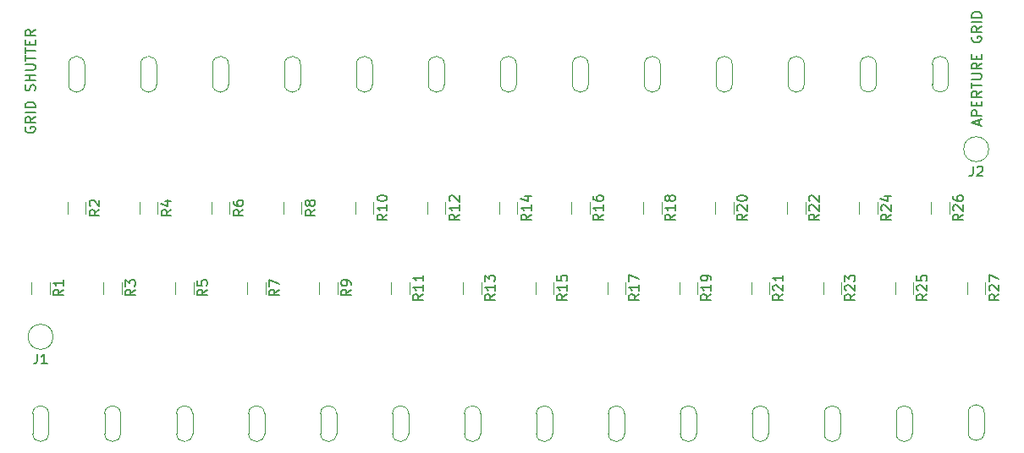
<source format=gto>
G04 #@! TF.GenerationSoftware,KiCad,Pcbnew,(5.1.5-0)*
G04 #@! TF.CreationDate,2020-06-12T16:51:45+02:00*
G04 #@! TF.ProjectId,Divider2,44697669-6465-4723-922e-6b696361645f,rev?*
G04 #@! TF.SameCoordinates,Original*
G04 #@! TF.FileFunction,Legend,Top*
G04 #@! TF.FilePolarity,Positive*
%FSLAX46Y46*%
G04 Gerber Fmt 4.6, Leading zero omitted, Abs format (unit mm)*
G04 Created by KiCad (PCBNEW (5.1.5-0)) date 2020-06-12 16:51:45*
%MOMM*%
%LPD*%
G04 APERTURE LIST*
%ADD10C,0.150000*%
%ADD11C,0.120000*%
G04 APERTURE END LIST*
D10*
X193466666Y-79366666D02*
X193466666Y-78890476D01*
X193752380Y-79461904D02*
X192752380Y-79128571D01*
X193752380Y-78795238D01*
X193752380Y-78461904D02*
X192752380Y-78461904D01*
X192752380Y-78080952D01*
X192800000Y-77985714D01*
X192847619Y-77938095D01*
X192942857Y-77890476D01*
X193085714Y-77890476D01*
X193180952Y-77938095D01*
X193228571Y-77985714D01*
X193276190Y-78080952D01*
X193276190Y-78461904D01*
X193228571Y-77461904D02*
X193228571Y-77128571D01*
X193752380Y-76985714D02*
X193752380Y-77461904D01*
X192752380Y-77461904D01*
X192752380Y-76985714D01*
X193752380Y-75985714D02*
X193276190Y-76319047D01*
X193752380Y-76557142D02*
X192752380Y-76557142D01*
X192752380Y-76176190D01*
X192800000Y-76080952D01*
X192847619Y-76033333D01*
X192942857Y-75985714D01*
X193085714Y-75985714D01*
X193180952Y-76033333D01*
X193228571Y-76080952D01*
X193276190Y-76176190D01*
X193276190Y-76557142D01*
X192752380Y-75700000D02*
X192752380Y-75128571D01*
X193752380Y-75414285D02*
X192752380Y-75414285D01*
X192752380Y-74795238D02*
X193561904Y-74795238D01*
X193657142Y-74747619D01*
X193704761Y-74700000D01*
X193752380Y-74604761D01*
X193752380Y-74414285D01*
X193704761Y-74319047D01*
X193657142Y-74271428D01*
X193561904Y-74223809D01*
X192752380Y-74223809D01*
X193752380Y-73176190D02*
X193276190Y-73509523D01*
X193752380Y-73747619D02*
X192752380Y-73747619D01*
X192752380Y-73366666D01*
X192800000Y-73271428D01*
X192847619Y-73223809D01*
X192942857Y-73176190D01*
X193085714Y-73176190D01*
X193180952Y-73223809D01*
X193228571Y-73271428D01*
X193276190Y-73366666D01*
X193276190Y-73747619D01*
X193228571Y-72747619D02*
X193228571Y-72414285D01*
X193752380Y-72271428D02*
X193752380Y-72747619D01*
X192752380Y-72747619D01*
X192752380Y-72271428D01*
X192800000Y-70557142D02*
X192752380Y-70652380D01*
X192752380Y-70795238D01*
X192800000Y-70938095D01*
X192895238Y-71033333D01*
X192990476Y-71080952D01*
X193180952Y-71128571D01*
X193323809Y-71128571D01*
X193514285Y-71080952D01*
X193609523Y-71033333D01*
X193704761Y-70938095D01*
X193752380Y-70795238D01*
X193752380Y-70700000D01*
X193704761Y-70557142D01*
X193657142Y-70509523D01*
X193323809Y-70509523D01*
X193323809Y-70700000D01*
X193752380Y-69509523D02*
X193276190Y-69842857D01*
X193752380Y-70080952D02*
X192752380Y-70080952D01*
X192752380Y-69700000D01*
X192800000Y-69604761D01*
X192847619Y-69557142D01*
X192942857Y-69509523D01*
X193085714Y-69509523D01*
X193180952Y-69557142D01*
X193228571Y-69604761D01*
X193276190Y-69700000D01*
X193276190Y-70080952D01*
X193752380Y-69080952D02*
X192752380Y-69080952D01*
X193752380Y-68604761D02*
X192752380Y-68604761D01*
X192752380Y-68366666D01*
X192800000Y-68223809D01*
X192895238Y-68128571D01*
X192990476Y-68080952D01*
X193180952Y-68033333D01*
X193323809Y-68033333D01*
X193514285Y-68080952D01*
X193609523Y-68128571D01*
X193704761Y-68223809D01*
X193752380Y-68366666D01*
X193752380Y-68604761D01*
X98100000Y-79595238D02*
X98052380Y-79690476D01*
X98052380Y-79833333D01*
X98100000Y-79976190D01*
X98195238Y-80071428D01*
X98290476Y-80119047D01*
X98480952Y-80166666D01*
X98623809Y-80166666D01*
X98814285Y-80119047D01*
X98909523Y-80071428D01*
X99004761Y-79976190D01*
X99052380Y-79833333D01*
X99052380Y-79738095D01*
X99004761Y-79595238D01*
X98957142Y-79547619D01*
X98623809Y-79547619D01*
X98623809Y-79738095D01*
X99052380Y-78547619D02*
X98576190Y-78880952D01*
X99052380Y-79119047D02*
X98052380Y-79119047D01*
X98052380Y-78738095D01*
X98100000Y-78642857D01*
X98147619Y-78595238D01*
X98242857Y-78547619D01*
X98385714Y-78547619D01*
X98480952Y-78595238D01*
X98528571Y-78642857D01*
X98576190Y-78738095D01*
X98576190Y-79119047D01*
X99052380Y-78119047D02*
X98052380Y-78119047D01*
X99052380Y-77642857D02*
X98052380Y-77642857D01*
X98052380Y-77404761D01*
X98100000Y-77261904D01*
X98195238Y-77166666D01*
X98290476Y-77119047D01*
X98480952Y-77071428D01*
X98623809Y-77071428D01*
X98814285Y-77119047D01*
X98909523Y-77166666D01*
X99004761Y-77261904D01*
X99052380Y-77404761D01*
X99052380Y-77642857D01*
X99004761Y-75928571D02*
X99052380Y-75785714D01*
X99052380Y-75547619D01*
X99004761Y-75452380D01*
X98957142Y-75404761D01*
X98861904Y-75357142D01*
X98766666Y-75357142D01*
X98671428Y-75404761D01*
X98623809Y-75452380D01*
X98576190Y-75547619D01*
X98528571Y-75738095D01*
X98480952Y-75833333D01*
X98433333Y-75880952D01*
X98338095Y-75928571D01*
X98242857Y-75928571D01*
X98147619Y-75880952D01*
X98100000Y-75833333D01*
X98052380Y-75738095D01*
X98052380Y-75500000D01*
X98100000Y-75357142D01*
X99052380Y-74928571D02*
X98052380Y-74928571D01*
X98528571Y-74928571D02*
X98528571Y-74357142D01*
X99052380Y-74357142D02*
X98052380Y-74357142D01*
X98052380Y-73880952D02*
X98861904Y-73880952D01*
X98957142Y-73833333D01*
X99004761Y-73785714D01*
X99052380Y-73690476D01*
X99052380Y-73500000D01*
X99004761Y-73404761D01*
X98957142Y-73357142D01*
X98861904Y-73309523D01*
X98052380Y-73309523D01*
X98052380Y-72976190D02*
X98052380Y-72404761D01*
X99052380Y-72690476D02*
X98052380Y-72690476D01*
X98052380Y-72214285D02*
X98052380Y-71642857D01*
X99052380Y-71928571D02*
X98052380Y-71928571D01*
X98528571Y-71309523D02*
X98528571Y-70976190D01*
X99052380Y-70833333D02*
X99052380Y-71309523D01*
X98052380Y-71309523D01*
X98052380Y-70833333D01*
X99052380Y-69833333D02*
X98576190Y-70166666D01*
X99052380Y-70404761D02*
X98052380Y-70404761D01*
X98052380Y-70023809D01*
X98100000Y-69928571D01*
X98147619Y-69880952D01*
X98242857Y-69833333D01*
X98385714Y-69833333D01*
X98480952Y-69880952D01*
X98528571Y-69928571D01*
X98576190Y-70023809D01*
X98576190Y-70404761D01*
D11*
X100400000Y-110300000D02*
G75*
G02X98800000Y-110300000I-800000J0D01*
G01*
X98800000Y-108300000D02*
G75*
G02X100400000Y-108300000I800000J0D01*
G01*
X100400000Y-108300000D02*
X100400000Y-110300000D01*
X98800000Y-110300000D02*
X98800000Y-108300000D01*
X100851000Y-100600000D02*
G75*
G03X100851000Y-100600000I-1251000J0D01*
G01*
X194451000Y-81800000D02*
G75*
G03X194451000Y-81800000I-1251000J0D01*
G01*
X192290000Y-95097936D02*
X192290000Y-96302064D01*
X194110000Y-95097936D02*
X194110000Y-96302064D01*
X194000000Y-110200000D02*
G75*
G02X192400000Y-110200000I-800000J0D01*
G01*
X192400000Y-108200000D02*
G75*
G02X194000000Y-108200000I800000J0D01*
G01*
X194000000Y-108200000D02*
X194000000Y-110200000D01*
X192400000Y-110200000D02*
X192400000Y-108200000D01*
X186800000Y-110300000D02*
G75*
G02X185200000Y-110300000I-800000J0D01*
G01*
X185200000Y-108300000D02*
G75*
G02X186800000Y-108300000I800000J0D01*
G01*
X186800000Y-108300000D02*
X186800000Y-110300000D01*
X185200000Y-110300000D02*
X185200000Y-108300000D01*
X179600000Y-110300000D02*
G75*
G02X178000000Y-110300000I-800000J0D01*
G01*
X178000000Y-108300000D02*
G75*
G02X179600000Y-108300000I800000J0D01*
G01*
X179600000Y-108300000D02*
X179600000Y-110300000D01*
X178000000Y-110300000D02*
X178000000Y-108300000D01*
X172400000Y-110300000D02*
G75*
G02X170800000Y-110300000I-800000J0D01*
G01*
X170800000Y-108300000D02*
G75*
G02X172400000Y-108300000I800000J0D01*
G01*
X172400000Y-108300000D02*
X172400000Y-110300000D01*
X170800000Y-110300000D02*
X170800000Y-108300000D01*
X165200000Y-110300000D02*
G75*
G02X163600000Y-110300000I-800000J0D01*
G01*
X163600000Y-108300000D02*
G75*
G02X165200000Y-108300000I800000J0D01*
G01*
X165200000Y-108300000D02*
X165200000Y-110300000D01*
X163600000Y-110300000D02*
X163600000Y-108300000D01*
X158000000Y-110300000D02*
G75*
G02X156400000Y-110300000I-800000J0D01*
G01*
X156400000Y-108300000D02*
G75*
G02X158000000Y-108300000I800000J0D01*
G01*
X158000000Y-108300000D02*
X158000000Y-110300000D01*
X156400000Y-110300000D02*
X156400000Y-108300000D01*
X150800000Y-110300000D02*
G75*
G02X149200000Y-110300000I-800000J0D01*
G01*
X149200000Y-108300000D02*
G75*
G02X150800000Y-108300000I800000J0D01*
G01*
X150800000Y-108300000D02*
X150800000Y-110300000D01*
X149200000Y-110300000D02*
X149200000Y-108300000D01*
X143600000Y-110300000D02*
G75*
G02X142000000Y-110300000I-800000J0D01*
G01*
X142000000Y-108300000D02*
G75*
G02X143600000Y-108300000I800000J0D01*
G01*
X143600000Y-108300000D02*
X143600000Y-110300000D01*
X142000000Y-110300000D02*
X142000000Y-108300000D01*
X136400000Y-110300000D02*
G75*
G02X134800000Y-110300000I-800000J0D01*
G01*
X134800000Y-108300000D02*
G75*
G02X136400000Y-108300000I800000J0D01*
G01*
X136400000Y-108300000D02*
X136400000Y-110300000D01*
X134800000Y-110300000D02*
X134800000Y-108300000D01*
X129200000Y-110300000D02*
G75*
G02X127600000Y-110300000I-800000J0D01*
G01*
X127600000Y-108300000D02*
G75*
G02X129200000Y-108300000I800000J0D01*
G01*
X129200000Y-108300000D02*
X129200000Y-110300000D01*
X127600000Y-110300000D02*
X127600000Y-108300000D01*
X122000000Y-110300000D02*
G75*
G02X120400000Y-110300000I-800000J0D01*
G01*
X120400000Y-108300000D02*
G75*
G02X122000000Y-108300000I800000J0D01*
G01*
X122000000Y-108300000D02*
X122000000Y-110300000D01*
X120400000Y-110300000D02*
X120400000Y-108300000D01*
X114800000Y-110300000D02*
G75*
G02X113200000Y-110300000I-800000J0D01*
G01*
X113200000Y-108300000D02*
G75*
G02X114800000Y-108300000I800000J0D01*
G01*
X114800000Y-108300000D02*
X114800000Y-110300000D01*
X113200000Y-110300000D02*
X113200000Y-108300000D01*
X107600000Y-110300000D02*
G75*
G02X106000000Y-110300000I-800000J0D01*
G01*
X106000000Y-108300000D02*
G75*
G02X107600000Y-108300000I800000J0D01*
G01*
X107600000Y-108300000D02*
X107600000Y-110300000D01*
X106000000Y-110300000D02*
X106000000Y-108300000D01*
X190400000Y-75300000D02*
G75*
G02X188800000Y-75300000I-800000J0D01*
G01*
X188800000Y-73300000D02*
G75*
G02X190400000Y-73300000I800000J0D01*
G01*
X190400000Y-73300000D02*
X190400000Y-75300000D01*
X188800000Y-75300000D02*
X188800000Y-73300000D01*
X183200000Y-75300000D02*
G75*
G02X181600000Y-75300000I-800000J0D01*
G01*
X181600000Y-73300000D02*
G75*
G02X183200000Y-73300000I800000J0D01*
G01*
X183200000Y-73300000D02*
X183200000Y-75300000D01*
X181600000Y-75300000D02*
X181600000Y-73300000D01*
X168800000Y-75300000D02*
G75*
G02X167200000Y-75300000I-800000J0D01*
G01*
X167200000Y-73300000D02*
G75*
G02X168800000Y-73300000I800000J0D01*
G01*
X168800000Y-73300000D02*
X168800000Y-75300000D01*
X167200000Y-75300000D02*
X167200000Y-73300000D01*
X161600000Y-75300000D02*
G75*
G02X160000000Y-75300000I-800000J0D01*
G01*
X160000000Y-73300000D02*
G75*
G02X161600000Y-73300000I800000J0D01*
G01*
X161600000Y-73300000D02*
X161600000Y-75300000D01*
X160000000Y-75300000D02*
X160000000Y-73300000D01*
X154400000Y-75300000D02*
G75*
G02X152800000Y-75300000I-800000J0D01*
G01*
X152800000Y-73300000D02*
G75*
G02X154400000Y-73300000I800000J0D01*
G01*
X154400000Y-73300000D02*
X154400000Y-75300000D01*
X152800000Y-75300000D02*
X152800000Y-73300000D01*
X147200000Y-75300000D02*
G75*
G02X145600000Y-75300000I-800000J0D01*
G01*
X145600000Y-73300000D02*
G75*
G02X147200000Y-73300000I800000J0D01*
G01*
X147200000Y-73300000D02*
X147200000Y-75300000D01*
X145600000Y-75300000D02*
X145600000Y-73300000D01*
X140000000Y-75300000D02*
G75*
G02X138400000Y-75300000I-800000J0D01*
G01*
X138400000Y-73300000D02*
G75*
G02X140000000Y-73300000I800000J0D01*
G01*
X140000000Y-73300000D02*
X140000000Y-75300000D01*
X138400000Y-75300000D02*
X138400000Y-73300000D01*
X132800000Y-75300000D02*
G75*
G02X131200000Y-75300000I-800000J0D01*
G01*
X131200000Y-73300000D02*
G75*
G02X132800000Y-73300000I800000J0D01*
G01*
X132800000Y-73300000D02*
X132800000Y-75300000D01*
X131200000Y-75300000D02*
X131200000Y-73300000D01*
X125600000Y-75300000D02*
G75*
G02X124000000Y-75300000I-800000J0D01*
G01*
X124000000Y-73300000D02*
G75*
G02X125600000Y-73300000I800000J0D01*
G01*
X125600000Y-73300000D02*
X125600000Y-75300000D01*
X124000000Y-75300000D02*
X124000000Y-73300000D01*
X118400000Y-75300000D02*
G75*
G02X116800000Y-75300000I-800000J0D01*
G01*
X116800000Y-73300000D02*
G75*
G02X118400000Y-73300000I800000J0D01*
G01*
X118400000Y-73300000D02*
X118400000Y-75300000D01*
X116800000Y-75300000D02*
X116800000Y-73300000D01*
X111200000Y-75300000D02*
G75*
G02X109600000Y-75300000I-800000J0D01*
G01*
X109600000Y-73300000D02*
G75*
G02X111200000Y-73300000I800000J0D01*
G01*
X111200000Y-73300000D02*
X111200000Y-75300000D01*
X109600000Y-75300000D02*
X109600000Y-73300000D01*
X104000000Y-75300000D02*
G75*
G02X102400000Y-75300000I-800000J0D01*
G01*
X102400000Y-73300000D02*
G75*
G02X104000000Y-73300000I800000J0D01*
G01*
X104000000Y-73300000D02*
X104000000Y-75300000D01*
X102400000Y-75300000D02*
X102400000Y-73300000D01*
X176000000Y-75300000D02*
G75*
G02X174400000Y-75300000I-800000J0D01*
G01*
X174400000Y-73300000D02*
G75*
G02X176000000Y-73300000I800000J0D01*
G01*
X176000000Y-73300000D02*
X176000000Y-75300000D01*
X174400000Y-75300000D02*
X174400000Y-73300000D01*
X188690000Y-87097936D02*
X188690000Y-88302064D01*
X190510000Y-87097936D02*
X190510000Y-88302064D01*
X181490000Y-87097936D02*
X181490000Y-88302064D01*
X183310000Y-87097936D02*
X183310000Y-88302064D01*
X174290000Y-87097936D02*
X174290000Y-88302064D01*
X176110000Y-87097936D02*
X176110000Y-88302064D01*
X167090000Y-87097936D02*
X167090000Y-88302064D01*
X168910000Y-87097936D02*
X168910000Y-88302064D01*
X159890000Y-87097936D02*
X159890000Y-88302064D01*
X161710000Y-87097936D02*
X161710000Y-88302064D01*
X152690000Y-87097936D02*
X152690000Y-88302064D01*
X154510000Y-87097936D02*
X154510000Y-88302064D01*
X145490000Y-87097936D02*
X145490000Y-88302064D01*
X147310000Y-87097936D02*
X147310000Y-88302064D01*
X138290000Y-87097936D02*
X138290000Y-88302064D01*
X140110000Y-87097936D02*
X140110000Y-88302064D01*
X131090000Y-87097936D02*
X131090000Y-88302064D01*
X132910000Y-87097936D02*
X132910000Y-88302064D01*
X123890000Y-87097936D02*
X123890000Y-88302064D01*
X125710000Y-87097936D02*
X125710000Y-88302064D01*
X116690000Y-87097936D02*
X116690000Y-88302064D01*
X118510000Y-87097936D02*
X118510000Y-88302064D01*
X109490000Y-87097936D02*
X109490000Y-88302064D01*
X111310000Y-87097936D02*
X111310000Y-88302064D01*
X102290000Y-87097936D02*
X102290000Y-88302064D01*
X104110000Y-87097936D02*
X104110000Y-88302064D01*
X186910000Y-95097936D02*
X186910000Y-96302064D01*
X185090000Y-95097936D02*
X185090000Y-96302064D01*
X177890000Y-95097936D02*
X177890000Y-96302064D01*
X179710000Y-95097936D02*
X179710000Y-96302064D01*
X170690000Y-95097936D02*
X170690000Y-96302064D01*
X172510000Y-95097936D02*
X172510000Y-96302064D01*
X163490000Y-95097936D02*
X163490000Y-96302064D01*
X165310000Y-95097936D02*
X165310000Y-96302064D01*
X156290000Y-95097936D02*
X156290000Y-96302064D01*
X158110000Y-95097936D02*
X158110000Y-96302064D01*
X149090000Y-95097936D02*
X149090000Y-96302064D01*
X150910000Y-95097936D02*
X150910000Y-96302064D01*
X141890000Y-95097936D02*
X141890000Y-96302064D01*
X143710000Y-95097936D02*
X143710000Y-96302064D01*
X134690000Y-95097936D02*
X134690000Y-96302064D01*
X136510000Y-95097936D02*
X136510000Y-96302064D01*
X127490000Y-95097936D02*
X127490000Y-96302064D01*
X129310000Y-95097936D02*
X129310000Y-96302064D01*
X120290000Y-95097936D02*
X120290000Y-96302064D01*
X122110000Y-95097936D02*
X122110000Y-96302064D01*
X113090000Y-95097936D02*
X113090000Y-96302064D01*
X114910000Y-95097936D02*
X114910000Y-96302064D01*
X105890000Y-95097936D02*
X105890000Y-96302064D01*
X107710000Y-95097936D02*
X107710000Y-96302064D01*
X98690000Y-95097936D02*
X98690000Y-96302064D01*
X100510000Y-95097936D02*
X100510000Y-96302064D01*
D10*
X99266666Y-102302380D02*
X99266666Y-103016666D01*
X99219047Y-103159523D01*
X99123809Y-103254761D01*
X98980952Y-103302380D01*
X98885714Y-103302380D01*
X100266666Y-103302380D02*
X99695238Y-103302380D01*
X99980952Y-103302380D02*
X99980952Y-102302380D01*
X99885714Y-102445238D01*
X99790476Y-102540476D01*
X99695238Y-102588095D01*
X192866666Y-83502380D02*
X192866666Y-84216666D01*
X192819047Y-84359523D01*
X192723809Y-84454761D01*
X192580952Y-84502380D01*
X192485714Y-84502380D01*
X193295238Y-83597619D02*
X193342857Y-83550000D01*
X193438095Y-83502380D01*
X193676190Y-83502380D01*
X193771428Y-83550000D01*
X193819047Y-83597619D01*
X193866666Y-83692857D01*
X193866666Y-83788095D01*
X193819047Y-83930952D01*
X193247619Y-84502380D01*
X193866666Y-84502380D01*
X195472380Y-96342857D02*
X194996190Y-96676190D01*
X195472380Y-96914285D02*
X194472380Y-96914285D01*
X194472380Y-96533333D01*
X194520000Y-96438095D01*
X194567619Y-96390476D01*
X194662857Y-96342857D01*
X194805714Y-96342857D01*
X194900952Y-96390476D01*
X194948571Y-96438095D01*
X194996190Y-96533333D01*
X194996190Y-96914285D01*
X194567619Y-95961904D02*
X194520000Y-95914285D01*
X194472380Y-95819047D01*
X194472380Y-95580952D01*
X194520000Y-95485714D01*
X194567619Y-95438095D01*
X194662857Y-95390476D01*
X194758095Y-95390476D01*
X194900952Y-95438095D01*
X195472380Y-96009523D01*
X195472380Y-95390476D01*
X194472380Y-95057142D02*
X194472380Y-94390476D01*
X195472380Y-94819047D01*
X191872380Y-88342857D02*
X191396190Y-88676190D01*
X191872380Y-88914285D02*
X190872380Y-88914285D01*
X190872380Y-88533333D01*
X190920000Y-88438095D01*
X190967619Y-88390476D01*
X191062857Y-88342857D01*
X191205714Y-88342857D01*
X191300952Y-88390476D01*
X191348571Y-88438095D01*
X191396190Y-88533333D01*
X191396190Y-88914285D01*
X190967619Y-87961904D02*
X190920000Y-87914285D01*
X190872380Y-87819047D01*
X190872380Y-87580952D01*
X190920000Y-87485714D01*
X190967619Y-87438095D01*
X191062857Y-87390476D01*
X191158095Y-87390476D01*
X191300952Y-87438095D01*
X191872380Y-88009523D01*
X191872380Y-87390476D01*
X190872380Y-86533333D02*
X190872380Y-86723809D01*
X190920000Y-86819047D01*
X190967619Y-86866666D01*
X191110476Y-86961904D01*
X191300952Y-87009523D01*
X191681904Y-87009523D01*
X191777142Y-86961904D01*
X191824761Y-86914285D01*
X191872380Y-86819047D01*
X191872380Y-86628571D01*
X191824761Y-86533333D01*
X191777142Y-86485714D01*
X191681904Y-86438095D01*
X191443809Y-86438095D01*
X191348571Y-86485714D01*
X191300952Y-86533333D01*
X191253333Y-86628571D01*
X191253333Y-86819047D01*
X191300952Y-86914285D01*
X191348571Y-86961904D01*
X191443809Y-87009523D01*
X184672380Y-88342857D02*
X184196190Y-88676190D01*
X184672380Y-88914285D02*
X183672380Y-88914285D01*
X183672380Y-88533333D01*
X183720000Y-88438095D01*
X183767619Y-88390476D01*
X183862857Y-88342857D01*
X184005714Y-88342857D01*
X184100952Y-88390476D01*
X184148571Y-88438095D01*
X184196190Y-88533333D01*
X184196190Y-88914285D01*
X183767619Y-87961904D02*
X183720000Y-87914285D01*
X183672380Y-87819047D01*
X183672380Y-87580952D01*
X183720000Y-87485714D01*
X183767619Y-87438095D01*
X183862857Y-87390476D01*
X183958095Y-87390476D01*
X184100952Y-87438095D01*
X184672380Y-88009523D01*
X184672380Y-87390476D01*
X184005714Y-86533333D02*
X184672380Y-86533333D01*
X183624761Y-86771428D02*
X184339047Y-87009523D01*
X184339047Y-86390476D01*
X177472380Y-88342857D02*
X176996190Y-88676190D01*
X177472380Y-88914285D02*
X176472380Y-88914285D01*
X176472380Y-88533333D01*
X176520000Y-88438095D01*
X176567619Y-88390476D01*
X176662857Y-88342857D01*
X176805714Y-88342857D01*
X176900952Y-88390476D01*
X176948571Y-88438095D01*
X176996190Y-88533333D01*
X176996190Y-88914285D01*
X176567619Y-87961904D02*
X176520000Y-87914285D01*
X176472380Y-87819047D01*
X176472380Y-87580952D01*
X176520000Y-87485714D01*
X176567619Y-87438095D01*
X176662857Y-87390476D01*
X176758095Y-87390476D01*
X176900952Y-87438095D01*
X177472380Y-88009523D01*
X177472380Y-87390476D01*
X176567619Y-87009523D02*
X176520000Y-86961904D01*
X176472380Y-86866666D01*
X176472380Y-86628571D01*
X176520000Y-86533333D01*
X176567619Y-86485714D01*
X176662857Y-86438095D01*
X176758095Y-86438095D01*
X176900952Y-86485714D01*
X177472380Y-87057142D01*
X177472380Y-86438095D01*
X170272380Y-88342857D02*
X169796190Y-88676190D01*
X170272380Y-88914285D02*
X169272380Y-88914285D01*
X169272380Y-88533333D01*
X169320000Y-88438095D01*
X169367619Y-88390476D01*
X169462857Y-88342857D01*
X169605714Y-88342857D01*
X169700952Y-88390476D01*
X169748571Y-88438095D01*
X169796190Y-88533333D01*
X169796190Y-88914285D01*
X169367619Y-87961904D02*
X169320000Y-87914285D01*
X169272380Y-87819047D01*
X169272380Y-87580952D01*
X169320000Y-87485714D01*
X169367619Y-87438095D01*
X169462857Y-87390476D01*
X169558095Y-87390476D01*
X169700952Y-87438095D01*
X170272380Y-88009523D01*
X170272380Y-87390476D01*
X169272380Y-86771428D02*
X169272380Y-86676190D01*
X169320000Y-86580952D01*
X169367619Y-86533333D01*
X169462857Y-86485714D01*
X169653333Y-86438095D01*
X169891428Y-86438095D01*
X170081904Y-86485714D01*
X170177142Y-86533333D01*
X170224761Y-86580952D01*
X170272380Y-86676190D01*
X170272380Y-86771428D01*
X170224761Y-86866666D01*
X170177142Y-86914285D01*
X170081904Y-86961904D01*
X169891428Y-87009523D01*
X169653333Y-87009523D01*
X169462857Y-86961904D01*
X169367619Y-86914285D01*
X169320000Y-86866666D01*
X169272380Y-86771428D01*
X163072380Y-88342857D02*
X162596190Y-88676190D01*
X163072380Y-88914285D02*
X162072380Y-88914285D01*
X162072380Y-88533333D01*
X162120000Y-88438095D01*
X162167619Y-88390476D01*
X162262857Y-88342857D01*
X162405714Y-88342857D01*
X162500952Y-88390476D01*
X162548571Y-88438095D01*
X162596190Y-88533333D01*
X162596190Y-88914285D01*
X163072380Y-87390476D02*
X163072380Y-87961904D01*
X163072380Y-87676190D02*
X162072380Y-87676190D01*
X162215238Y-87771428D01*
X162310476Y-87866666D01*
X162358095Y-87961904D01*
X162500952Y-86819047D02*
X162453333Y-86914285D01*
X162405714Y-86961904D01*
X162310476Y-87009523D01*
X162262857Y-87009523D01*
X162167619Y-86961904D01*
X162120000Y-86914285D01*
X162072380Y-86819047D01*
X162072380Y-86628571D01*
X162120000Y-86533333D01*
X162167619Y-86485714D01*
X162262857Y-86438095D01*
X162310476Y-86438095D01*
X162405714Y-86485714D01*
X162453333Y-86533333D01*
X162500952Y-86628571D01*
X162500952Y-86819047D01*
X162548571Y-86914285D01*
X162596190Y-86961904D01*
X162691428Y-87009523D01*
X162881904Y-87009523D01*
X162977142Y-86961904D01*
X163024761Y-86914285D01*
X163072380Y-86819047D01*
X163072380Y-86628571D01*
X163024761Y-86533333D01*
X162977142Y-86485714D01*
X162881904Y-86438095D01*
X162691428Y-86438095D01*
X162596190Y-86485714D01*
X162548571Y-86533333D01*
X162500952Y-86628571D01*
X155872380Y-88342857D02*
X155396190Y-88676190D01*
X155872380Y-88914285D02*
X154872380Y-88914285D01*
X154872380Y-88533333D01*
X154920000Y-88438095D01*
X154967619Y-88390476D01*
X155062857Y-88342857D01*
X155205714Y-88342857D01*
X155300952Y-88390476D01*
X155348571Y-88438095D01*
X155396190Y-88533333D01*
X155396190Y-88914285D01*
X155872380Y-87390476D02*
X155872380Y-87961904D01*
X155872380Y-87676190D02*
X154872380Y-87676190D01*
X155015238Y-87771428D01*
X155110476Y-87866666D01*
X155158095Y-87961904D01*
X154872380Y-86533333D02*
X154872380Y-86723809D01*
X154920000Y-86819047D01*
X154967619Y-86866666D01*
X155110476Y-86961904D01*
X155300952Y-87009523D01*
X155681904Y-87009523D01*
X155777142Y-86961904D01*
X155824761Y-86914285D01*
X155872380Y-86819047D01*
X155872380Y-86628571D01*
X155824761Y-86533333D01*
X155777142Y-86485714D01*
X155681904Y-86438095D01*
X155443809Y-86438095D01*
X155348571Y-86485714D01*
X155300952Y-86533333D01*
X155253333Y-86628571D01*
X155253333Y-86819047D01*
X155300952Y-86914285D01*
X155348571Y-86961904D01*
X155443809Y-87009523D01*
X148672380Y-88342857D02*
X148196190Y-88676190D01*
X148672380Y-88914285D02*
X147672380Y-88914285D01*
X147672380Y-88533333D01*
X147720000Y-88438095D01*
X147767619Y-88390476D01*
X147862857Y-88342857D01*
X148005714Y-88342857D01*
X148100952Y-88390476D01*
X148148571Y-88438095D01*
X148196190Y-88533333D01*
X148196190Y-88914285D01*
X148672380Y-87390476D02*
X148672380Y-87961904D01*
X148672380Y-87676190D02*
X147672380Y-87676190D01*
X147815238Y-87771428D01*
X147910476Y-87866666D01*
X147958095Y-87961904D01*
X148005714Y-86533333D02*
X148672380Y-86533333D01*
X147624761Y-86771428D02*
X148339047Y-87009523D01*
X148339047Y-86390476D01*
X141472380Y-88342857D02*
X140996190Y-88676190D01*
X141472380Y-88914285D02*
X140472380Y-88914285D01*
X140472380Y-88533333D01*
X140520000Y-88438095D01*
X140567619Y-88390476D01*
X140662857Y-88342857D01*
X140805714Y-88342857D01*
X140900952Y-88390476D01*
X140948571Y-88438095D01*
X140996190Y-88533333D01*
X140996190Y-88914285D01*
X141472380Y-87390476D02*
X141472380Y-87961904D01*
X141472380Y-87676190D02*
X140472380Y-87676190D01*
X140615238Y-87771428D01*
X140710476Y-87866666D01*
X140758095Y-87961904D01*
X140567619Y-87009523D02*
X140520000Y-86961904D01*
X140472380Y-86866666D01*
X140472380Y-86628571D01*
X140520000Y-86533333D01*
X140567619Y-86485714D01*
X140662857Y-86438095D01*
X140758095Y-86438095D01*
X140900952Y-86485714D01*
X141472380Y-87057142D01*
X141472380Y-86438095D01*
X134272380Y-88342857D02*
X133796190Y-88676190D01*
X134272380Y-88914285D02*
X133272380Y-88914285D01*
X133272380Y-88533333D01*
X133320000Y-88438095D01*
X133367619Y-88390476D01*
X133462857Y-88342857D01*
X133605714Y-88342857D01*
X133700952Y-88390476D01*
X133748571Y-88438095D01*
X133796190Y-88533333D01*
X133796190Y-88914285D01*
X134272380Y-87390476D02*
X134272380Y-87961904D01*
X134272380Y-87676190D02*
X133272380Y-87676190D01*
X133415238Y-87771428D01*
X133510476Y-87866666D01*
X133558095Y-87961904D01*
X133272380Y-86771428D02*
X133272380Y-86676190D01*
X133320000Y-86580952D01*
X133367619Y-86533333D01*
X133462857Y-86485714D01*
X133653333Y-86438095D01*
X133891428Y-86438095D01*
X134081904Y-86485714D01*
X134177142Y-86533333D01*
X134224761Y-86580952D01*
X134272380Y-86676190D01*
X134272380Y-86771428D01*
X134224761Y-86866666D01*
X134177142Y-86914285D01*
X134081904Y-86961904D01*
X133891428Y-87009523D01*
X133653333Y-87009523D01*
X133462857Y-86961904D01*
X133367619Y-86914285D01*
X133320000Y-86866666D01*
X133272380Y-86771428D01*
X127072380Y-87866666D02*
X126596190Y-88200000D01*
X127072380Y-88438095D02*
X126072380Y-88438095D01*
X126072380Y-88057142D01*
X126120000Y-87961904D01*
X126167619Y-87914285D01*
X126262857Y-87866666D01*
X126405714Y-87866666D01*
X126500952Y-87914285D01*
X126548571Y-87961904D01*
X126596190Y-88057142D01*
X126596190Y-88438095D01*
X126500952Y-87295238D02*
X126453333Y-87390476D01*
X126405714Y-87438095D01*
X126310476Y-87485714D01*
X126262857Y-87485714D01*
X126167619Y-87438095D01*
X126120000Y-87390476D01*
X126072380Y-87295238D01*
X126072380Y-87104761D01*
X126120000Y-87009523D01*
X126167619Y-86961904D01*
X126262857Y-86914285D01*
X126310476Y-86914285D01*
X126405714Y-86961904D01*
X126453333Y-87009523D01*
X126500952Y-87104761D01*
X126500952Y-87295238D01*
X126548571Y-87390476D01*
X126596190Y-87438095D01*
X126691428Y-87485714D01*
X126881904Y-87485714D01*
X126977142Y-87438095D01*
X127024761Y-87390476D01*
X127072380Y-87295238D01*
X127072380Y-87104761D01*
X127024761Y-87009523D01*
X126977142Y-86961904D01*
X126881904Y-86914285D01*
X126691428Y-86914285D01*
X126596190Y-86961904D01*
X126548571Y-87009523D01*
X126500952Y-87104761D01*
X119872380Y-87866666D02*
X119396190Y-88200000D01*
X119872380Y-88438095D02*
X118872380Y-88438095D01*
X118872380Y-88057142D01*
X118920000Y-87961904D01*
X118967619Y-87914285D01*
X119062857Y-87866666D01*
X119205714Y-87866666D01*
X119300952Y-87914285D01*
X119348571Y-87961904D01*
X119396190Y-88057142D01*
X119396190Y-88438095D01*
X118872380Y-87009523D02*
X118872380Y-87200000D01*
X118920000Y-87295238D01*
X118967619Y-87342857D01*
X119110476Y-87438095D01*
X119300952Y-87485714D01*
X119681904Y-87485714D01*
X119777142Y-87438095D01*
X119824761Y-87390476D01*
X119872380Y-87295238D01*
X119872380Y-87104761D01*
X119824761Y-87009523D01*
X119777142Y-86961904D01*
X119681904Y-86914285D01*
X119443809Y-86914285D01*
X119348571Y-86961904D01*
X119300952Y-87009523D01*
X119253333Y-87104761D01*
X119253333Y-87295238D01*
X119300952Y-87390476D01*
X119348571Y-87438095D01*
X119443809Y-87485714D01*
X112672380Y-87866666D02*
X112196190Y-88200000D01*
X112672380Y-88438095D02*
X111672380Y-88438095D01*
X111672380Y-88057142D01*
X111720000Y-87961904D01*
X111767619Y-87914285D01*
X111862857Y-87866666D01*
X112005714Y-87866666D01*
X112100952Y-87914285D01*
X112148571Y-87961904D01*
X112196190Y-88057142D01*
X112196190Y-88438095D01*
X112005714Y-87009523D02*
X112672380Y-87009523D01*
X111624761Y-87247619D02*
X112339047Y-87485714D01*
X112339047Y-86866666D01*
X105472380Y-87866666D02*
X104996190Y-88200000D01*
X105472380Y-88438095D02*
X104472380Y-88438095D01*
X104472380Y-88057142D01*
X104520000Y-87961904D01*
X104567619Y-87914285D01*
X104662857Y-87866666D01*
X104805714Y-87866666D01*
X104900952Y-87914285D01*
X104948571Y-87961904D01*
X104996190Y-88057142D01*
X104996190Y-88438095D01*
X104567619Y-87485714D02*
X104520000Y-87438095D01*
X104472380Y-87342857D01*
X104472380Y-87104761D01*
X104520000Y-87009523D01*
X104567619Y-86961904D01*
X104662857Y-86914285D01*
X104758095Y-86914285D01*
X104900952Y-86961904D01*
X105472380Y-87533333D01*
X105472380Y-86914285D01*
X188272380Y-96342857D02*
X187796190Y-96676190D01*
X188272380Y-96914285D02*
X187272380Y-96914285D01*
X187272380Y-96533333D01*
X187320000Y-96438095D01*
X187367619Y-96390476D01*
X187462857Y-96342857D01*
X187605714Y-96342857D01*
X187700952Y-96390476D01*
X187748571Y-96438095D01*
X187796190Y-96533333D01*
X187796190Y-96914285D01*
X187367619Y-95961904D02*
X187320000Y-95914285D01*
X187272380Y-95819047D01*
X187272380Y-95580952D01*
X187320000Y-95485714D01*
X187367619Y-95438095D01*
X187462857Y-95390476D01*
X187558095Y-95390476D01*
X187700952Y-95438095D01*
X188272380Y-96009523D01*
X188272380Y-95390476D01*
X187272380Y-94485714D02*
X187272380Y-94961904D01*
X187748571Y-95009523D01*
X187700952Y-94961904D01*
X187653333Y-94866666D01*
X187653333Y-94628571D01*
X187700952Y-94533333D01*
X187748571Y-94485714D01*
X187843809Y-94438095D01*
X188081904Y-94438095D01*
X188177142Y-94485714D01*
X188224761Y-94533333D01*
X188272380Y-94628571D01*
X188272380Y-94866666D01*
X188224761Y-94961904D01*
X188177142Y-95009523D01*
X181072380Y-96342857D02*
X180596190Y-96676190D01*
X181072380Y-96914285D02*
X180072380Y-96914285D01*
X180072380Y-96533333D01*
X180120000Y-96438095D01*
X180167619Y-96390476D01*
X180262857Y-96342857D01*
X180405714Y-96342857D01*
X180500952Y-96390476D01*
X180548571Y-96438095D01*
X180596190Y-96533333D01*
X180596190Y-96914285D01*
X180167619Y-95961904D02*
X180120000Y-95914285D01*
X180072380Y-95819047D01*
X180072380Y-95580952D01*
X180120000Y-95485714D01*
X180167619Y-95438095D01*
X180262857Y-95390476D01*
X180358095Y-95390476D01*
X180500952Y-95438095D01*
X181072380Y-96009523D01*
X181072380Y-95390476D01*
X180072380Y-95057142D02*
X180072380Y-94438095D01*
X180453333Y-94771428D01*
X180453333Y-94628571D01*
X180500952Y-94533333D01*
X180548571Y-94485714D01*
X180643809Y-94438095D01*
X180881904Y-94438095D01*
X180977142Y-94485714D01*
X181024761Y-94533333D01*
X181072380Y-94628571D01*
X181072380Y-94914285D01*
X181024761Y-95009523D01*
X180977142Y-95057142D01*
X173872380Y-96342857D02*
X173396190Y-96676190D01*
X173872380Y-96914285D02*
X172872380Y-96914285D01*
X172872380Y-96533333D01*
X172920000Y-96438095D01*
X172967619Y-96390476D01*
X173062857Y-96342857D01*
X173205714Y-96342857D01*
X173300952Y-96390476D01*
X173348571Y-96438095D01*
X173396190Y-96533333D01*
X173396190Y-96914285D01*
X172967619Y-95961904D02*
X172920000Y-95914285D01*
X172872380Y-95819047D01*
X172872380Y-95580952D01*
X172920000Y-95485714D01*
X172967619Y-95438095D01*
X173062857Y-95390476D01*
X173158095Y-95390476D01*
X173300952Y-95438095D01*
X173872380Y-96009523D01*
X173872380Y-95390476D01*
X173872380Y-94438095D02*
X173872380Y-95009523D01*
X173872380Y-94723809D02*
X172872380Y-94723809D01*
X173015238Y-94819047D01*
X173110476Y-94914285D01*
X173158095Y-95009523D01*
X166672380Y-96342857D02*
X166196190Y-96676190D01*
X166672380Y-96914285D02*
X165672380Y-96914285D01*
X165672380Y-96533333D01*
X165720000Y-96438095D01*
X165767619Y-96390476D01*
X165862857Y-96342857D01*
X166005714Y-96342857D01*
X166100952Y-96390476D01*
X166148571Y-96438095D01*
X166196190Y-96533333D01*
X166196190Y-96914285D01*
X166672380Y-95390476D02*
X166672380Y-95961904D01*
X166672380Y-95676190D02*
X165672380Y-95676190D01*
X165815238Y-95771428D01*
X165910476Y-95866666D01*
X165958095Y-95961904D01*
X166672380Y-94914285D02*
X166672380Y-94723809D01*
X166624761Y-94628571D01*
X166577142Y-94580952D01*
X166434285Y-94485714D01*
X166243809Y-94438095D01*
X165862857Y-94438095D01*
X165767619Y-94485714D01*
X165720000Y-94533333D01*
X165672380Y-94628571D01*
X165672380Y-94819047D01*
X165720000Y-94914285D01*
X165767619Y-94961904D01*
X165862857Y-95009523D01*
X166100952Y-95009523D01*
X166196190Y-94961904D01*
X166243809Y-94914285D01*
X166291428Y-94819047D01*
X166291428Y-94628571D01*
X166243809Y-94533333D01*
X166196190Y-94485714D01*
X166100952Y-94438095D01*
X159472380Y-96342857D02*
X158996190Y-96676190D01*
X159472380Y-96914285D02*
X158472380Y-96914285D01*
X158472380Y-96533333D01*
X158520000Y-96438095D01*
X158567619Y-96390476D01*
X158662857Y-96342857D01*
X158805714Y-96342857D01*
X158900952Y-96390476D01*
X158948571Y-96438095D01*
X158996190Y-96533333D01*
X158996190Y-96914285D01*
X159472380Y-95390476D02*
X159472380Y-95961904D01*
X159472380Y-95676190D02*
X158472380Y-95676190D01*
X158615238Y-95771428D01*
X158710476Y-95866666D01*
X158758095Y-95961904D01*
X158472380Y-95057142D02*
X158472380Y-94390476D01*
X159472380Y-94819047D01*
X152272380Y-96342857D02*
X151796190Y-96676190D01*
X152272380Y-96914285D02*
X151272380Y-96914285D01*
X151272380Y-96533333D01*
X151320000Y-96438095D01*
X151367619Y-96390476D01*
X151462857Y-96342857D01*
X151605714Y-96342857D01*
X151700952Y-96390476D01*
X151748571Y-96438095D01*
X151796190Y-96533333D01*
X151796190Y-96914285D01*
X152272380Y-95390476D02*
X152272380Y-95961904D01*
X152272380Y-95676190D02*
X151272380Y-95676190D01*
X151415238Y-95771428D01*
X151510476Y-95866666D01*
X151558095Y-95961904D01*
X151272380Y-94485714D02*
X151272380Y-94961904D01*
X151748571Y-95009523D01*
X151700952Y-94961904D01*
X151653333Y-94866666D01*
X151653333Y-94628571D01*
X151700952Y-94533333D01*
X151748571Y-94485714D01*
X151843809Y-94438095D01*
X152081904Y-94438095D01*
X152177142Y-94485714D01*
X152224761Y-94533333D01*
X152272380Y-94628571D01*
X152272380Y-94866666D01*
X152224761Y-94961904D01*
X152177142Y-95009523D01*
X145072380Y-96342857D02*
X144596190Y-96676190D01*
X145072380Y-96914285D02*
X144072380Y-96914285D01*
X144072380Y-96533333D01*
X144120000Y-96438095D01*
X144167619Y-96390476D01*
X144262857Y-96342857D01*
X144405714Y-96342857D01*
X144500952Y-96390476D01*
X144548571Y-96438095D01*
X144596190Y-96533333D01*
X144596190Y-96914285D01*
X145072380Y-95390476D02*
X145072380Y-95961904D01*
X145072380Y-95676190D02*
X144072380Y-95676190D01*
X144215238Y-95771428D01*
X144310476Y-95866666D01*
X144358095Y-95961904D01*
X144072380Y-95057142D02*
X144072380Y-94438095D01*
X144453333Y-94771428D01*
X144453333Y-94628571D01*
X144500952Y-94533333D01*
X144548571Y-94485714D01*
X144643809Y-94438095D01*
X144881904Y-94438095D01*
X144977142Y-94485714D01*
X145024761Y-94533333D01*
X145072380Y-94628571D01*
X145072380Y-94914285D01*
X145024761Y-95009523D01*
X144977142Y-95057142D01*
X137872380Y-96342857D02*
X137396190Y-96676190D01*
X137872380Y-96914285D02*
X136872380Y-96914285D01*
X136872380Y-96533333D01*
X136920000Y-96438095D01*
X136967619Y-96390476D01*
X137062857Y-96342857D01*
X137205714Y-96342857D01*
X137300952Y-96390476D01*
X137348571Y-96438095D01*
X137396190Y-96533333D01*
X137396190Y-96914285D01*
X137872380Y-95390476D02*
X137872380Y-95961904D01*
X137872380Y-95676190D02*
X136872380Y-95676190D01*
X137015238Y-95771428D01*
X137110476Y-95866666D01*
X137158095Y-95961904D01*
X137872380Y-94438095D02*
X137872380Y-95009523D01*
X137872380Y-94723809D02*
X136872380Y-94723809D01*
X137015238Y-94819047D01*
X137110476Y-94914285D01*
X137158095Y-95009523D01*
X130672380Y-95866666D02*
X130196190Y-96200000D01*
X130672380Y-96438095D02*
X129672380Y-96438095D01*
X129672380Y-96057142D01*
X129720000Y-95961904D01*
X129767619Y-95914285D01*
X129862857Y-95866666D01*
X130005714Y-95866666D01*
X130100952Y-95914285D01*
X130148571Y-95961904D01*
X130196190Y-96057142D01*
X130196190Y-96438095D01*
X130672380Y-95390476D02*
X130672380Y-95200000D01*
X130624761Y-95104761D01*
X130577142Y-95057142D01*
X130434285Y-94961904D01*
X130243809Y-94914285D01*
X129862857Y-94914285D01*
X129767619Y-94961904D01*
X129720000Y-95009523D01*
X129672380Y-95104761D01*
X129672380Y-95295238D01*
X129720000Y-95390476D01*
X129767619Y-95438095D01*
X129862857Y-95485714D01*
X130100952Y-95485714D01*
X130196190Y-95438095D01*
X130243809Y-95390476D01*
X130291428Y-95295238D01*
X130291428Y-95104761D01*
X130243809Y-95009523D01*
X130196190Y-94961904D01*
X130100952Y-94914285D01*
X123472380Y-95866666D02*
X122996190Y-96200000D01*
X123472380Y-96438095D02*
X122472380Y-96438095D01*
X122472380Y-96057142D01*
X122520000Y-95961904D01*
X122567619Y-95914285D01*
X122662857Y-95866666D01*
X122805714Y-95866666D01*
X122900952Y-95914285D01*
X122948571Y-95961904D01*
X122996190Y-96057142D01*
X122996190Y-96438095D01*
X122472380Y-95533333D02*
X122472380Y-94866666D01*
X123472380Y-95295238D01*
X116272380Y-95866666D02*
X115796190Y-96200000D01*
X116272380Y-96438095D02*
X115272380Y-96438095D01*
X115272380Y-96057142D01*
X115320000Y-95961904D01*
X115367619Y-95914285D01*
X115462857Y-95866666D01*
X115605714Y-95866666D01*
X115700952Y-95914285D01*
X115748571Y-95961904D01*
X115796190Y-96057142D01*
X115796190Y-96438095D01*
X115272380Y-94961904D02*
X115272380Y-95438095D01*
X115748571Y-95485714D01*
X115700952Y-95438095D01*
X115653333Y-95342857D01*
X115653333Y-95104761D01*
X115700952Y-95009523D01*
X115748571Y-94961904D01*
X115843809Y-94914285D01*
X116081904Y-94914285D01*
X116177142Y-94961904D01*
X116224761Y-95009523D01*
X116272380Y-95104761D01*
X116272380Y-95342857D01*
X116224761Y-95438095D01*
X116177142Y-95485714D01*
X109072380Y-95866666D02*
X108596190Y-96200000D01*
X109072380Y-96438095D02*
X108072380Y-96438095D01*
X108072380Y-96057142D01*
X108120000Y-95961904D01*
X108167619Y-95914285D01*
X108262857Y-95866666D01*
X108405714Y-95866666D01*
X108500952Y-95914285D01*
X108548571Y-95961904D01*
X108596190Y-96057142D01*
X108596190Y-96438095D01*
X108072380Y-95533333D02*
X108072380Y-94914285D01*
X108453333Y-95247619D01*
X108453333Y-95104761D01*
X108500952Y-95009523D01*
X108548571Y-94961904D01*
X108643809Y-94914285D01*
X108881904Y-94914285D01*
X108977142Y-94961904D01*
X109024761Y-95009523D01*
X109072380Y-95104761D01*
X109072380Y-95390476D01*
X109024761Y-95485714D01*
X108977142Y-95533333D01*
X101872380Y-95866666D02*
X101396190Y-96200000D01*
X101872380Y-96438095D02*
X100872380Y-96438095D01*
X100872380Y-96057142D01*
X100920000Y-95961904D01*
X100967619Y-95914285D01*
X101062857Y-95866666D01*
X101205714Y-95866666D01*
X101300952Y-95914285D01*
X101348571Y-95961904D01*
X101396190Y-96057142D01*
X101396190Y-96438095D01*
X101872380Y-94914285D02*
X101872380Y-95485714D01*
X101872380Y-95200000D02*
X100872380Y-95200000D01*
X101015238Y-95295238D01*
X101110476Y-95390476D01*
X101158095Y-95485714D01*
M02*

</source>
